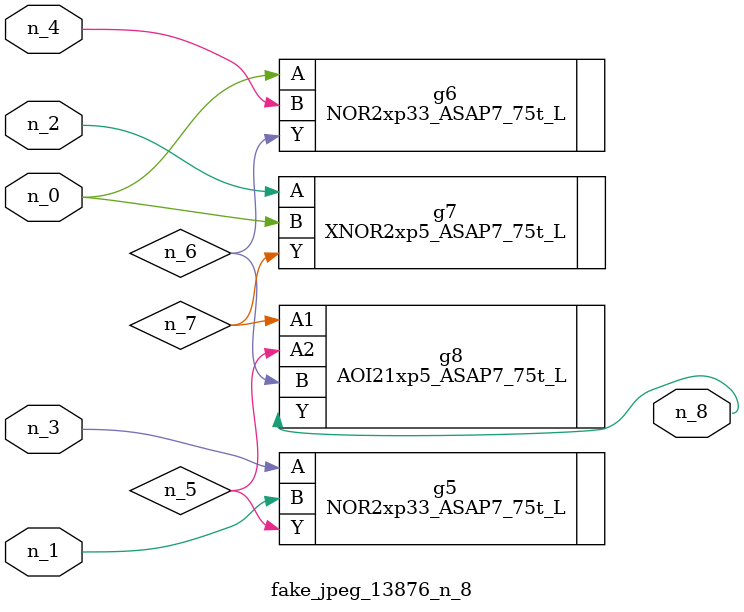
<source format=v>
module fake_jpeg_13876_n_8 (n_3, n_2, n_1, n_0, n_4, n_8);

input n_3;
input n_2;
input n_1;
input n_0;
input n_4;

output n_8;

wire n_6;
wire n_5;
wire n_7;

NOR2xp33_ASAP7_75t_L g5 ( 
.A(n_3),
.B(n_1),
.Y(n_5)
);

NOR2xp33_ASAP7_75t_L g6 ( 
.A(n_0),
.B(n_4),
.Y(n_6)
);

XNOR2xp5_ASAP7_75t_L g7 ( 
.A(n_2),
.B(n_0),
.Y(n_7)
);

AOI21xp5_ASAP7_75t_L g8 ( 
.A1(n_7),
.A2(n_5),
.B(n_6),
.Y(n_8)
);


endmodule
</source>
